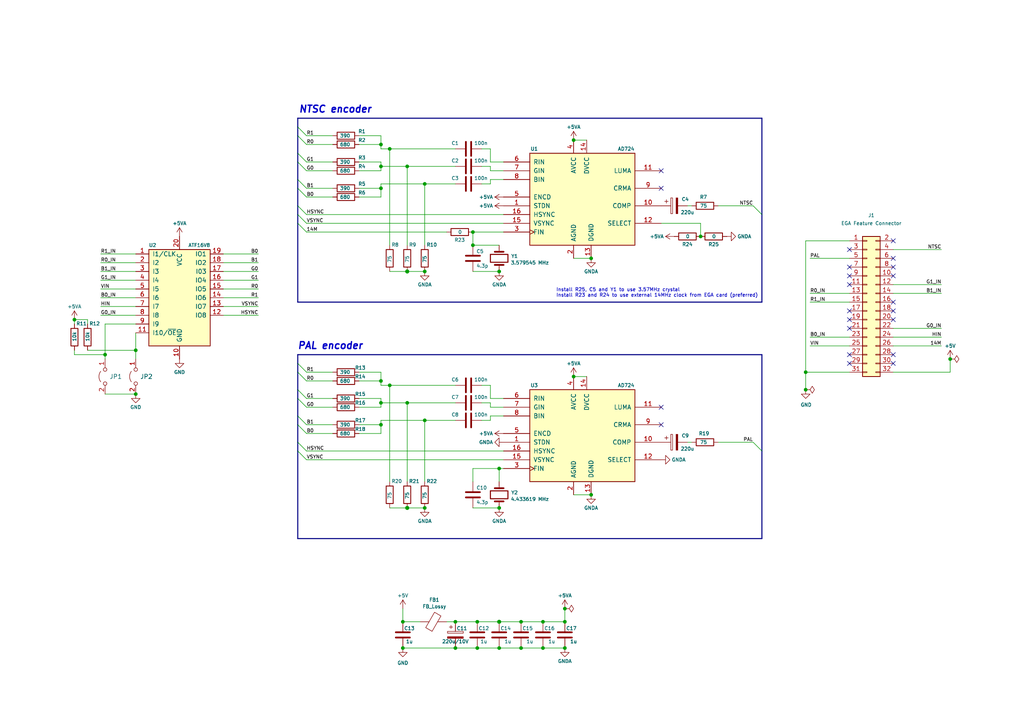
<source format=kicad_sch>
(kicad_sch (version 20230121) (generator eeschema)
  (paper "A4")
  (title_block (title "EGA-COMPOSITE-DAUGHTERBOARD") (date "2023-10-01") (rev "A1") (company "Eugene Lozovoy"))
  (lib_symbols
    (symbol "Connector_Generic:Conn_02x16_Odd_Even" (pin_names (offset 1.016) hide)
      (property "Reference" "J" (at 1.27 20.32 0))
      (property "Value" "Conn_02x16_Odd_Even" (at 1.27 -22.86 0))
      (symbol "Conn_02x16_Odd_Even_1_1"
        (rectangle (start -1.27 -20.193) (end 0 -20.447) (stroke (width 0.1524)))
        (rectangle (start -1.27 -17.653) (end 0 -17.907) (stroke (width 0.1524)))
        (rectangle (start -1.27 -15.113) (end 0 -15.367) (stroke (width 0.1524)))
        (rectangle (start -1.27 -12.573) (end 0 -12.827) (stroke (width 0.1524)))
        (rectangle (start -1.27 -10.033) (end 0 -10.287) (stroke (width 0.1524)))
        (rectangle (start -1.27 -7.493) (end 0 -7.747) (stroke (width 0.1524)))
        (rectangle (start -1.27 -4.953) (end 0 -5.207) (stroke (width 0.1524)))
        (rectangle (start -1.27 -2.413) (end 0 -2.667) (stroke (width 0.1524)))
        (rectangle (start -1.27 0.127) (end 0 -0.127) (stroke (width 0.1524)))
        (rectangle (start -1.27 2.667) (end 0 2.413) (stroke (width 0.1524)))
        (rectangle (start -1.27 5.207) (end 0 4.953) (stroke (width 0.1524)))
        (rectangle (start -1.27 7.747) (end 0 7.493) (stroke (width 0.1524)))
        (rectangle (start -1.27 10.287) (end 0 10.033) (stroke (width 0.1524)))
        (rectangle (start -1.27 12.827) (end 0 12.573) (stroke (width 0.1524)))
        (rectangle (start -1.27 15.367) (end 0 15.113) (stroke (width 0.1524)))
        (rectangle (start -1.27 17.907) (end 0 17.653) (stroke (width 0.1524)))
        (rectangle (start -1.27 19.05) (end 3.81 -21.59) (stroke (width 0.254)) (fill (type background)))
        (rectangle (start 3.81 -20.193) (end 2.54 -20.447) (stroke (width 0.1524)))
        (rectangle (start 3.81 -17.653) (end 2.54 -17.907) (stroke (width 0.1524)))
        (rectangle (start 3.81 -15.113) (end 2.54 -15.367) (stroke (width 0.1524)))
        (rectangle (start 3.81 -12.573) (end 2.54 -12.827) (stroke (width 0.1524)))
        (rectangle (start 3.81 -10.033) (end 2.54 -10.287) (stroke (width 0.1524)))
        (rectangle (start 3.81 -7.493) (end 2.54 -7.747) (stroke (width 0.1524)))
        (rectangle (start 3.81 -4.953) (end 2.54 -5.207) (stroke (width 0.1524)))
        (rectangle (start 3.81 -2.413) (end 2.54 -2.667) (stroke (width 0.1524)))
        (rectangle (start 3.81 0.127) (end 2.54 -0.127) (stroke (width 0.1524)))
        (rectangle (start 3.81 2.667) (end 2.54 2.413) (stroke (width 0.1524)))
        (rectangle (start 3.81 5.207) (end 2.54 4.953) (stroke (width 0.1524)))
        (rectangle (start 3.81 7.747) (end 2.54 7.493) (stroke (width 0.1524)))
        (rectangle (start 3.81 10.287) (end 2.54 10.033) (stroke (width 0.1524)))
        (rectangle (start 3.81 12.827) (end 2.54 12.573) (stroke (width 0.1524)))
        (rectangle (start 3.81 15.367) (end 2.54 15.113) (stroke (width 0.1524)))
        (rectangle (start 3.81 17.907) (end 2.54 17.653) (stroke (width 0.1524)))
        (pin passive line (at -5.08 17.78 0) (length 3.81) (name "Pin_1") (number "1"))
        (pin passive line (at 7.62 7.62 180) (length 3.81) (name "Pin_10") (number "10"))
        (pin passive line (at -5.08 5.08 0) (length 3.81) (name "Pin_11") (number "11"))
        (pin passive line (at 7.62 5.08 180) (length 3.81) (name "Pin_12") (number "12"))
        (pin passive line (at -5.08 2.54 0) (length 3.81) (name "Pin_13") (number "13"))
        (pin passive line (at 7.62 2.54 180) (length 3.81) (name "Pin_14") (number "14"))
        (pin passive line (at -5.08 0 0) (length 3.81) (name "Pin_15") (number "15"))
        (pin passive line (at 7.62 0 180) (length 3.81) (name "Pin_16") (number "16"))
        (pin passive line (at -5.08 -2.54 0) (length 3.81) (name "Pin_17") (number "17"))
        (pin passive line (at 7.62 -2.54 180) (length 3.81) (name "Pin_18") (number "18"))
        (pin passive line (at -5.08 -5.08 0) (length 3.81) (name "Pin_19") (number "19"))
        (pin passive line (at 7.62 17.78 180) (length 3.81) (name "Pin_2") (number "2"))
        (pin passive line (at 7.62 -5.08 180) (length 3.81) (name "Pin_20") (number "20"))
        (pin passive line (at -5.08 -7.62 0) (length 3.81) (name "Pin_21") (number "21"))
        (pin passive line (at 7.62 -7.62 180) (length 3.81) (name "Pin_22") (number "22"))
        (pin passive line (at -5.08 -10.16 0) (length 3.81) (name "Pin_23") (number "23"))
        (pin passive line (at 7.62 -10.16 180) (length 3.81) (name "Pin_24") (number "24"))
        (pin passive line (at -5.08 -12.7 0) (length 3.81) (name "Pin_25") (number "25"))
        (pin passive line (at 7.62 -12.7 180) (length 3.81) (name "Pin_26") (number "26"))
        (pin passive line (at -5.08 -15.24 0) (length 3.81) (name "Pin_27") (number "27"))
        (pin passive line (at 7.62 -15.24 180) (length 3.81) (name "Pin_28") (number "28"))
        (pin passive line (at -5.08 -17.78 0) (length 3.81) (name "Pin_29") (number "29"))
        (pin passive line (at -5.08 15.24 0) (length 3.81) (name "Pin_3") (number "3"))
        (pin passive line (at 7.62 -17.78 180) (length 3.81) (name "Pin_30") (number "30"))
        (pin passive line (at -5.08 -20.32 0) (length 3.81) (name "Pin_31") (number "31"))
        (pin passive line (at 7.62 -20.32 180) (length 3.81) (name "Pin_32") (number "32"))
        (pin passive line (at 7.62 15.24 180) (length 3.81) (name "Pin_4") (number "4"))
        (pin passive line (at -5.08 12.7 0) (length 3.81) (name "Pin_5") (number "5"))
        (pin passive line (at 7.62 12.7 180) (length 3.81) (name "Pin_6") (number "6"))
        (pin passive line (at -5.08 10.16 0) (length 3.81) (name "Pin_7") (number "7"))
        (pin passive line (at 7.62 10.16 180) (length 3.81) (name "Pin_8") (number "8"))
        (pin passive line (at -5.08 7.62 0) (length 3.81) (name "Pin_9") (number "9"))
      )
    )
    (symbol "Device:C" (pin_numbers hide) (pin_names (offset 0.254))
      (property "Reference" "C" (at 0.635 2.54 0))
      (property "Value" "C" (at 0.635 -2.54 0))
      (symbol "C_0_1"
        (polyline (pts (xy -2.032 -0.762) (xy 2.032 -0.762)) (stroke (width 0.508)))
        (polyline (pts (xy -2.032 0.762) (xy 2.032 0.762)) (stroke (width 0.508)))
      )
      (symbol "C_1_1"
        (pin passive line (at 0 3.81 270) (length 2.794) (name "~") (number "1"))
        (pin passive line (at 0 -3.81 90) (length 2.794) (name "~") (number "2"))
      )
    )
    (symbol "Device:C_Polarized" (pin_numbers hide) (pin_names (offset 0.254))
      (property "Reference" "C" (at 0.635 2.54 0))
      (property "Value" "C_Polarized" (at 0.635 -2.54 0))
      (symbol "C_Polarized_0_1"
        (rectangle (start -2.286 0.508) (end 2.286 1.016))
        (polyline (pts (xy -1.778 2.286) (xy -0.762 2.286)))
        (polyline (pts (xy -1.27 2.794) (xy -1.27 1.778)))
        (rectangle (start 2.286 -0.508) (end -2.286 -1.016) (fill (type outline)))
      )
      (symbol "C_Polarized_1_1"
        (pin passive line (at 0 3.81 270) (length 2.794) (name "~") (number "1"))
        (pin passive line (at 0 -3.81 90) (length 2.794) (name "~") (number "2"))
      )
    )
    (symbol "Device:Crystal" (pin_numbers hide) (pin_names (offset 1.016) hide)
      (property "Reference" "Y" (at 0 3.81 0))
      (property "Value" "Crystal" (at 0 -3.81 0))
      (symbol "Crystal_0_1"
        (rectangle (start -1.143 2.54) (end 1.143 -2.54) (stroke (width 0.3048)))
        (polyline (pts (xy -2.54 0) (xy -1.905 0)))
        (polyline (pts (xy -1.905 -1.27) (xy -1.905 1.27)) (stroke (width 0.508)))
        (polyline (pts (xy 1.905 -1.27) (xy 1.905 1.27)) (stroke (width 0.508)))
        (polyline (pts (xy 2.54 0) (xy 1.905 0)))
      )
      (symbol "Crystal_1_1"
        (pin passive line (at -3.81 0 0) (length 1.27) (name "1") (number "1"))
        (pin passive line (at 3.81 0 180) (length 1.27) (name "2") (number "2"))
      )
    )
    (symbol "Device:FerriteBead" (pin_numbers hide) (pin_names (offset 0))
      (property "Reference" "FB" (at -3.81 0.635 90))
      (property "Value" "FerriteBead" (at 3.81 0 90))
      (symbol "FerriteBead_0_1"
        (polyline (pts (xy 0 -1.27) (xy 0 -1.2192)))
        (polyline (pts (xy 0 1.27) (xy 0 1.2954)))
        (polyline (pts (xy -2.7686 0.4064) (xy -1.7018 2.2606) (xy 2.7686 -0.3048) (xy 1.6764 -2.159) (xy -2.7686 0.4064)))
      )
      (symbol "FerriteBead_1_1"
        (pin passive line (at 0 3.81 270) (length 2.54) (name "~") (number "1"))
        (pin passive line (at 0 -3.81 90) (length 2.54) (name "~") (number "2"))
      )
    )
    (symbol "Device:R" (pin_numbers hide) (pin_names (offset 0))
      (property "Reference" "R" (at 2.032 0 90))
      (property "Value" "R" (at 0 0 90))
      (symbol "R_0_1"
        (rectangle (start -1.016 -2.54) (end 1.016 2.54) (stroke (width 0.254)))
      )
      (symbol "R_1_1"
        (pin passive line (at 0 3.81 270) (length 1.27) (name "~") (number "1"))
        (pin passive line (at 0 -3.81 90) (length 1.27) (name "~") (number "2"))
      )
    )
    (symbol "Jumper:Jumper_2_Open" (pin_names (offset 0) hide)
      (property "Reference" "JP" (at 0 2.794 0))
      (property "Value" "Jumper_2_Open" (at 0 -2.286 0))
      (symbol "Jumper_2_Open_0_0"
        (circle (center -2.032 0) (radius 0.508))
        (circle (center 2.032 0) (radius 0.508))
      )
      (symbol "Jumper_2_Open_0_1"
        (arc (start 1.524 1.27) (mid 0 1.778) (end -1.524 1.27))
      )
      (symbol "Jumper_2_Open_1_1"
        (pin passive line (at -5.08 0 0) (length 2.54) (name "A") (number "1"))
        (pin passive line (at 5.08 0 180) (length 2.54) (name "B") (number "2"))
      )
    )
    (symbol "Logic_Programmable:GAL16V8" (pin_names (offset 1.016))
      (property "Reference" "U" (at -8.89 16.51 0))
      (property "Value" "GAL16V8" (at 1.27 16.51 0))
      (symbol "GAL16V8_0_0"
        (pin power_in line (at 0 -17.78 90) (length 3.81) (name "GND") (number "10"))
        (pin power_in line (at 0 17.78 270) (length 3.81) (name "VCC") (number "20"))
      )
      (symbol "GAL16V8_0_1"
        (rectangle (start -8.89 13.97) (end 8.89 -13.97) (stroke (width 0.254)) (fill (type background)))
      )
      (symbol "GAL16V8_1_1"
        (pin input line (at -12.7 12.7 0) (length 3.81) (name "I1/CLK") (number "1"))
        (pin input line (at -12.7 -10.16 0) (length 3.81) (name "I10/~{OE}") (number "11"))
        (pin tri_state line (at 12.7 -5.08 180) (length 3.81) (name "IO8") (number "12"))
        (pin tri_state line (at 12.7 -2.54 180) (length 3.81) (name "IO7") (number "13"))
        (pin tri_state line (at 12.7 0 180) (length 3.81) (name "IO6") (number "14"))
        (pin tri_state line (at 12.7 2.54 180) (length 3.81) (name "IO5") (number "15"))
        (pin tri_state line (at 12.7 5.08 180) (length 3.81) (name "IO4") (number "16"))
        (pin tri_state line (at 12.7 7.62 180) (length 3.81) (name "I03") (number "17"))
        (pin tri_state line (at 12.7 10.16 180) (length 3.81) (name "IO2") (number "18"))
        (pin tri_state line (at 12.7 12.7 180) (length 3.81) (name "IO1") (number "19"))
        (pin input line (at -12.7 10.16 0) (length 3.81) (name "I2") (number "2"))
        (pin input line (at -12.7 7.62 0) (length 3.81) (name "I3") (number "3"))
        (pin input line (at -12.7 5.08 0) (length 3.81) (name "I4") (number "4"))
        (pin input line (at -12.7 2.54 0) (length 3.81) (name "I5") (number "5"))
        (pin input line (at -12.7 0 0) (length 3.81) (name "I6") (number "6"))
        (pin input line (at -12.7 -2.54 0) (length 3.81) (name "I7") (number "7"))
        (pin input line (at -12.7 -5.08 0) (length 3.81) (name "I8") (number "8"))
        (pin input line (at -12.7 -7.62 0) (length 3.81) (name "I9") (number "9"))
      )
    )
    (symbol "PCM_4ms_Power-symbol:PWR_FLAG" (power) (pin_numbers hide) (pin_names (offset 0) hide)
      (property "Value" "PWR_FLAG" (at 0 3.81 0))
      (symbol "PWR_FLAG_0_0"
        (pin power_out line (at 0 0 90) (length 0) (name "pwr") (number "1"))
      )
      (symbol "PWR_FLAG_0_1"
        (polyline (pts (xy 0 0) (xy 0 1.27) (xy -1.016 1.905) (xy 0 2.54) (xy 1.016 1.905) (xy 0 1.27)))
      )
    )
    (symbol "my:AD724" (pin_names (offset 1.016))
      (property "Reference" "U" (at -13.97 13.97 0))
      (property "Value" "AD724" (at 12.7 13.97 0))
      (symbol "AD724_0_1"
        (rectangle (start -15.24 12.7) (end 15.24 -13.97) (stroke (width 0.254)) (fill (type background)))
      )
      (symbol "AD724_1_1"
        (pin input line (at -22.86 -2.54 0) (length 7.62) (name "STDN") (number "1"))
        (pin output line (at 22.86 -2.54 180) (length 7.62) (name "COMP") (number "10"))
        (pin output line (at 22.86 7.62 180) (length 7.62) (name "LUMA") (number "11"))
        (pin input line (at 22.86 -7.62 180) (length 7.62) (name "SELECT") (number "12"))
        (pin power_in line (at 2.54 -17.78 90) (length 3.81) (name "DGND") (number "13"))
        (pin power_in line (at 1.27 16.51 270) (length 3.81) (name "DVCC") (number "14"))
        (pin input line (at -22.86 -7.62 0) (length 7.62) (name "VSYNC") (number "15"))
        (pin input line (at -22.86 -5.08 0) (length 7.62) (name "HSYNC") (number "16"))
        (pin power_in line (at -2.54 -17.78 90) (length 3.81) (name "AGND") (number "2"))
        (pin input clock (at -22.86 -10.16 0) (length 7.62) (name "FIN") (number "3"))
        (pin power_in line (at -2.54 16.51 270) (length 3.81) (name "AVCC") (number "4"))
        (pin input line (at -22.86 0 0) (length 7.62) (name "ENCD") (number "5"))
        (pin input line (at -22.86 10.16 0) (length 7.62) (name "RIN") (number "6"))
        (pin input line (at -22.86 7.62 0) (length 7.62) (name "GIN") (number "7"))
        (pin input line (at -22.86 5.08 0) (length 7.62) (name "BIN") (number "8"))
        (pin output line (at 22.86 2.54 180) (length 7.62) (name "CRMA") (number "9"))
      )
    )
    (symbol "power:+5V" (power) (pin_names (offset 0))
      (property "Value" "+5V" (at 0 3.556 0))
      (symbol "+5V_0_1"
        (polyline (pts (xy -0.762 1.27) (xy 0 2.54)))
        (polyline (pts (xy 0 0) (xy 0 2.54)))
        (polyline (pts (xy 0 2.54) (xy 0.762 1.27)))
      )
      (symbol "+5V_1_1"
        (pin power_in line (at 0 0 90) (length 0) hide (name "+5V") (number "1"))
      )
    )
    (symbol "power:+5VA" (power) (pin_names (offset 0))
      (property "Value" "+5VA" (at 0 3.556 0))
      (symbol "+5VA_0_1"
        (polyline (pts (xy -0.762 1.27) (xy 0 2.54)))
        (polyline (pts (xy 0 0) (xy 0 2.54)))
        (polyline (pts (xy 0 2.54) (xy 0.762 1.27)))
      )
      (symbol "+5VA_1_1"
        (pin power_in line (at 0 0 90) (length 0) hide (name "+5VA") (number "1"))
      )
    )
    (symbol "power:GND" (power) (pin_names (offset 0))
      (property "Value" "GND" (at 0 -3.81 0))
      (symbol "GND_0_1"
        (polyline (pts (xy 0 0) (xy 0 -1.27) (xy 1.27 -1.27) (xy 0 -2.54) (xy -1.27 -1.27) (xy 0 -1.27)))
      )
      (symbol "GND_1_1"
        (pin power_in line (at 0 0 270) (length 0) hide (name "GND") (number "1"))
      )
    )
    (symbol "power:GNDA" (power) (pin_names (offset 0))
      (property "Value" "GNDA" (at 0 -3.81 0))
      (symbol "GNDA_0_1"
        (polyline (pts (xy 0 0) (xy 0 -1.27) (xy 1.27 -1.27) (xy 0 -2.54) (xy -1.27 -1.27) (xy 0 -1.27)))
      )
      (symbol "GNDA_1_1"
        (pin power_in line (at 0 0 270) (length 0) hide (name "GNDA") (number "1"))
      )
    )
  )
  (junction (at 30.48 102.87))
  (junction (at 118.11 147.32) (diameter 1.016))
  (junction (at 233.68 107.95))
  (junction (at 157.48 180.34))
  (junction (at 132.08 180.34))
  (junction (at 21.59 92.71))
  (junction (at 39.37 101.6))
  (junction (at 171.45 74.93))
  (junction (at 157.48 187.96))
  (junction (at 138.43 187.96))
  (junction (at 166.37 109.22))
  (junction (at 110.49 48.26))
  (junction (at 123.19 78.74))
  (junction (at 118.11 116.84))
  (junction (at 138.43 180.34))
  (junction (at 110.49 41.91))
  (junction (at 110.49 123.19))
  (junction (at 137.16 71.12))
  (junction (at 123.19 147.32))
  (junction (at 116.84 187.96))
  (junction (at 163.83 187.96))
  (junction (at 118.11 78.74) (diameter 1.016))
  (junction (at 144.78 187.96))
  (junction (at 144.78 78.74))
  (junction (at 110.49 110.49))
  (junction (at 110.49 54.61))
  (junction (at 163.83 180.34))
  (junction (at 163.83 176.53))
  (junction (at 275.59 104.14))
  (junction (at 144.78 147.32))
  (junction (at 137.16 67.31))
  (junction (at 166.37 40.64))
  (junction (at 123.19 121.92))
  (junction (at 116.84 180.34))
  (junction (at 113.03 43.18))
  (junction (at 203.2 68.58))
  (junction (at 118.11 48.26))
  (junction (at 144.78 135.89))
  (junction (at 132.08 187.96))
  (junction (at 171.45 143.51))
  (junction (at 39.37 114.3))
  (junction (at 233.68 113.03))
  (junction (at 144.78 180.34) (diameter 1.016))
  (junction (at 151.13 180.34))
  (junction (at 110.49 116.84))
  (junction (at 113.03 111.76))
  (junction (at 151.13 187.96))
  (junction (at 123.19 53.34))
  (no_connect (at 191.77 54.61))
  (no_connect (at 191.77 49.53))
  (no_connect (at 246.38 92.71))
  (no_connect (at 259.08 102.87))
  (no_connect (at 259.08 74.93))
  (no_connect (at 246.38 105.41))
  (no_connect (at 259.08 105.41))
  (no_connect (at 259.08 80.01))
  (no_connect (at 246.38 82.55))
  (no_connect (at 259.08 87.63))
  (no_connect (at 246.38 72.39))
  (no_connect (at 259.08 77.47))
  (no_connect (at 246.38 90.17))
  (no_connect (at 191.77 118.11))
  (no_connect (at 259.08 69.85))
  (no_connect (at 246.38 102.87))
  (no_connect (at 191.77 123.19))
  (no_connect (at 246.38 80.01))
  (no_connect (at 259.08 90.17))
  (no_connect (at 259.08 92.71))
  (no_connect (at 246.38 77.47))
  (no_connect (at 246.38 95.25))
  (bus_entry (at 86.36 44.45) (size 2.54 2.54) (stroke (width 0.1524)))
  (bus_entry (at 86.36 128.27) (size 2.54 2.54) (stroke (width 0.1524)))
  (bus_entry (at 86.36 130.81) (size 2.54 2.54) (stroke (width 0.1524)))
  (bus_entry (at 218.44 128.27) (size 2.54 2.54) (stroke (width 0.1524)))
  (bus_entry (at 86.36 64.77) (size 2.54 2.54))
  (bus_entry (at 86.36 39.37) (size 2.54 2.54) (stroke (width 0.1524)))
  (bus_entry (at 86.36 115.57) (size 2.54 2.54) (stroke (width 0.1524)))
  (bus_entry (at 86.36 54.61) (size 2.54 2.54) (stroke (width 0.1524)))
  (bus_entry (at 86.36 62.23) (size 2.54 2.54) (stroke (width 0.1524)))
  (bus_entry (at 86.36 120.65) (size 2.54 2.54) (stroke (width 0.1524)))
  (bus_entry (at 86.36 123.19) (size 2.54 2.54) (stroke (width 0.1524)))
  (bus_entry (at 86.36 105.41) (size 2.54 2.54) (stroke (width 0.1524)))
  (bus_entry (at 86.36 46.99) (size 2.54 2.54) (stroke (width 0.1524)))
  (bus_entry (at 86.36 36.83) (size 2.54 2.54) (stroke (width 0.1524)))
  (bus_entry (at 86.36 107.95) (size 2.54 2.54) (stroke (width 0.1524)))
  (bus_entry (at 86.36 113.03) (size 2.54 2.54) (stroke (width 0.1524)))
  (bus_entry (at 86.36 52.07) (size 2.54 2.54) (stroke (width 0.1524)))
  (bus_entry (at 86.36 59.69) (size 2.54 2.54) (stroke (width 0.1524)))
  (bus_entry (at 218.44 59.69) (size 2.54 2.54) (stroke (width 0.1524)))
  (wire (pts (xy 21.59 92.71) (xy 25.4 92.71)))
  (wire (pts (xy 234.95 100.33) (xy 246.38 100.33)))
  (wire (pts (xy 123.19 121.92) (xy 123.19 139.7)))
  (wire (pts (xy 39.37 96.52) (xy 39.37 101.6)))
  (wire (pts (xy 142.24 52.07) (xy 146.05 52.07)))
  (wire (pts (xy 123.19 121.92) (xy 132.08 121.92)))
  (wire (pts (xy 104.14 115.57) (xy 110.49 115.57)))
  (wire (pts (xy 88.9 41.91) (xy 96.52 41.91)))
  (wire (pts (xy 88.9 54.61) (xy 96.52 54.61)))
  (bus (pts (xy 86.36 44.45) (xy 86.36 46.99)))
  (wire (pts (xy 104.14 107.95) (xy 110.49 107.95)))
  (wire (pts (xy 137.16 147.32) (xy 144.78 147.32)))
  (wire (pts (xy 29.21 83.82) (xy 39.37 83.82)))
  (wire (pts (xy 113.03 43.18) (xy 113.03 71.12)))
  (wire (pts (xy 142.24 46.99) (xy 142.24 43.18)))
  (wire (pts (xy 113.03 78.74) (xy 118.11 78.74)))
  (bus (pts (xy 220.98 130.81) (xy 220.98 156.21)))
  (wire (pts (xy 139.7 121.92) (xy 142.24 121.92)))
  (wire (pts (xy 104.14 123.19) (xy 110.49 123.19)))
  (wire (pts (xy 139.7 53.34) (xy 142.24 53.34)))
  (bus (pts (xy 86.36 34.29) (xy 220.98 34.29)))
  (wire (pts (xy 163.83 180.34) (xy 157.48 180.34)))
  (wire (pts (xy 110.49 53.34) (xy 123.19 53.34)))
  (wire (pts (xy 166.37 143.51) (xy 171.45 143.51)))
  (wire (pts (xy 146.05 135.89) (xy 144.78 135.89)))
  (wire (pts (xy 110.49 39.37) (xy 110.49 41.91)))
  (wire (pts (xy 142.24 116.84) (xy 139.7 116.84)))
  (wire (pts (xy 118.11 48.26) (xy 118.11 71.12)))
  (wire (pts (xy 146.05 46.99) (xy 142.24 46.99)))
  (wire (pts (xy 110.49 115.57) (xy 110.49 116.84)))
  (wire (pts (xy 64.77 73.66) (xy 74.93 73.66)))
  (wire (pts (xy 163.83 176.53) (xy 163.83 180.34)))
  (wire (pts (xy 21.59 101.6) (xy 21.59 102.87)))
  (wire (pts (xy 275.59 104.14) (xy 275.59 107.95)))
  (wire (pts (xy 88.9 133.35) (xy 146.05 133.35)))
  (wire (pts (xy 39.37 93.98) (xy 30.48 93.98)))
  (wire (pts (xy 104.14 57.15) (xy 110.49 57.15)))
  (wire (pts (xy 88.9 110.49) (xy 96.52 110.49)))
  (bus (pts (xy 86.36 130.81) (xy 86.36 156.21)))
  (wire (pts (xy 146.05 115.57) (xy 142.24 115.57)))
  (wire (pts (xy 146.05 49.53) (xy 142.24 49.53)))
  (wire (pts (xy 88.9 57.15) (xy 96.52 57.15)))
  (wire (pts (xy 166.37 40.64) (xy 170.18 40.64)))
  (wire (pts (xy 110.49 53.34) (xy 110.49 54.61)))
  (bus (pts (xy 86.36 156.21) (xy 220.98 156.21)))
  (wire (pts (xy 123.19 53.34) (xy 132.08 53.34)))
  (wire (pts (xy 25.4 92.71) (xy 25.4 93.98)))
  (wire (pts (xy 233.68 107.95) (xy 233.68 113.03)))
  (wire (pts (xy 64.77 83.82) (xy 74.93 83.82)))
  (wire (pts (xy 88.9 64.77) (xy 146.05 64.77)))
  (wire (pts (xy 104.14 54.61) (xy 110.49 54.61)))
  (wire (pts (xy 104.14 49.53) (xy 110.49 49.53)))
  (wire (pts (xy 246.38 87.63) (xy 234.95 87.63)))
  (wire (pts (xy 138.43 187.96) (xy 144.78 187.96)))
  (wire (pts (xy 116.84 187.96) (xy 132.08 187.96)))
  (wire (pts (xy 113.03 111.76) (xy 132.08 111.76)))
  (bus (pts (xy 86.36 113.03) (xy 86.36 115.57)))
  (bus (pts (xy 86.36 34.29) (xy 86.36 36.83)))
  (bus (pts (xy 86.36 123.19) (xy 86.36 128.27)))
  (wire (pts (xy 200.66 59.69) (xy 199.39 59.69)))
  (bus (pts (xy 86.36 46.99) (xy 86.36 52.07)))
  (bus (pts (xy 220.98 62.23) (xy 220.98 87.63)))
  (wire (pts (xy 30.48 114.3) (xy 39.37 114.3)))
  (wire (pts (xy 88.9 118.11) (xy 96.52 118.11)))
  (wire (pts (xy 259.08 95.25) (xy 273.05 95.25)))
  (wire (pts (xy 233.68 69.85) (xy 233.68 107.95)))
  (wire (pts (xy 110.49 46.99) (xy 110.49 48.26)))
  (wire (pts (xy 234.95 97.79) (xy 246.38 97.79)))
  (bus (pts (xy 86.36 52.07) (xy 86.36 54.61)))
  (wire (pts (xy 137.16 78.74) (xy 144.78 78.74)))
  (wire (pts (xy 110.49 54.61) (xy 110.49 57.15)))
  (wire (pts (xy 64.77 88.9) (xy 74.93 88.9)))
  (wire (pts (xy 104.14 125.73) (xy 110.49 125.73)))
  (wire (pts (xy 137.16 135.89) (xy 137.16 139.7)))
  (wire (pts (xy 246.38 107.95) (xy 233.68 107.95)))
  (wire (pts (xy 208.28 59.69) (xy 218.44 59.69)))
  (bus (pts (xy 86.36 107.95) (xy 86.36 113.03)))
  (bus (pts (xy 86.36 36.83) (xy 86.36 39.37)))
  (wire (pts (xy 29.21 91.44) (xy 39.37 91.44)))
  (wire (pts (xy 25.4 101.6) (xy 39.37 101.6)))
  (wire (pts (xy 29.21 81.28) (xy 39.37 81.28)))
  (wire (pts (xy 29.21 76.2) (xy 39.37 76.2)))
  (wire (pts (xy 110.49 43.18) (xy 113.03 43.18)))
  (wire (pts (xy 246.38 85.09) (xy 234.95 85.09)))
  (wire (pts (xy 273.05 82.55) (xy 259.08 82.55)))
  (wire (pts (xy 110.49 116.84) (xy 118.11 116.84)))
  (wire (pts (xy 132.08 180.34) (xy 138.43 180.34)))
  (wire (pts (xy 142.24 48.26) (xy 139.7 48.26)))
  (wire (pts (xy 137.16 67.31) (xy 146.05 67.31)))
  (wire (pts (xy 166.37 74.93) (xy 171.45 74.93)))
  (wire (pts (xy 104.14 110.49) (xy 110.49 110.49)))
  (wire (pts (xy 118.11 116.84) (xy 118.11 139.7)))
  (wire (pts (xy 137.16 71.12) (xy 144.78 71.12)))
  (wire (pts (xy 144.78 180.34) (xy 151.13 180.34)))
  (wire (pts (xy 166.37 109.22) (xy 170.18 109.22)))
  (wire (pts (xy 142.24 120.65) (xy 146.05 120.65)))
  (wire (pts (xy 110.49 123.19) (xy 110.49 125.73)))
  (wire (pts (xy 88.9 67.31) (xy 129.54 67.31)))
  (wire (pts (xy 30.48 93.98) (xy 30.48 102.87)))
  (wire (pts (xy 246.38 74.93) (xy 234.95 74.93)))
  (wire (pts (xy 137.16 135.89) (xy 144.78 135.89)))
  (wire (pts (xy 246.38 69.85) (xy 233.68 69.85)))
  (wire (pts (xy 157.48 180.34) (xy 151.13 180.34)))
  (wire (pts (xy 259.08 100.33) (xy 273.05 100.33)))
  (wire (pts (xy 208.28 128.27) (xy 218.44 128.27)))
  (wire (pts (xy 104.14 46.99) (xy 110.49 46.99)))
  (wire (pts (xy 88.9 62.23) (xy 146.05 62.23)))
  (wire (pts (xy 200.66 128.27) (xy 199.39 128.27)))
  (wire (pts (xy 259.08 107.95) (xy 275.59 107.95)))
  (wire (pts (xy 104.14 118.11) (xy 110.49 118.11)))
  (wire (pts (xy 163.83 187.96) (xy 157.48 187.96)))
  (wire (pts (xy 113.03 111.76) (xy 113.03 139.7)))
  (wire (pts (xy 88.9 130.81) (xy 146.05 130.81)))
  (wire (pts (xy 104.14 41.91) (xy 110.49 41.91)))
  (wire (pts (xy 132.08 187.96) (xy 138.43 187.96)))
  (wire (pts (xy 113.03 43.18) (xy 132.08 43.18)))
  (bus (pts (xy 220.98 34.29) (xy 220.98 62.23)))
  (wire (pts (xy 88.9 125.73) (xy 96.52 125.73)))
  (wire (pts (xy 139.7 111.76) (xy 142.24 111.76)))
  (wire (pts (xy 110.49 48.26) (xy 110.49 49.53)))
  (wire (pts (xy 110.49 116.84) (xy 110.49 118.11)))
  (wire (pts (xy 259.08 97.79) (xy 273.05 97.79)))
  (bus (pts (xy 220.98 102.87) (xy 220.98 130.81)))
  (wire (pts (xy 151.13 187.96) (xy 144.78 187.96)))
  (wire (pts (xy 137.16 67.31) (xy 137.16 71.12)))
  (wire (pts (xy 142.24 115.57) (xy 142.24 111.76)))
  (bus (pts (xy 86.36 102.87) (xy 220.98 102.87)))
  (wire (pts (xy 29.21 78.74) (xy 39.37 78.74)))
  (wire (pts (xy 144.78 135.89) (xy 144.78 139.7)))
  (wire (pts (xy 64.77 86.36) (xy 74.93 86.36)))
  (wire (pts (xy 142.24 49.53) (xy 142.24 48.26)))
  (wire (pts (xy 157.48 187.96) (xy 151.13 187.96)))
  (wire (pts (xy 110.49 121.92) (xy 110.49 123.19)))
  (bus (pts (xy 86.36 87.63) (xy 220.98 87.63)))
  (wire (pts (xy 123.19 71.12) (xy 123.19 53.34)))
  (bus (pts (xy 86.36 54.61) (xy 86.36 59.69)))
  (wire (pts (xy 29.21 88.9) (xy 39.37 88.9)))
  (bus (pts (xy 86.36 64.77) (xy 86.36 87.63)))
  (wire (pts (xy 116.84 176.53) (xy 116.84 180.34)))
  (wire (pts (xy 273.05 85.09) (xy 259.08 85.09)))
  (wire (pts (xy 64.77 78.74) (xy 74.93 78.74)))
  (wire (pts (xy 273.05 72.39) (xy 259.08 72.39)))
  (wire (pts (xy 118.11 147.32) (xy 123.19 147.32)))
  (bus (pts (xy 86.36 128.27) (xy 86.36 130.81)))
  (wire (pts (xy 142.24 118.11) (xy 142.24 116.84)))
  (wire (pts (xy 110.49 121.92) (xy 123.19 121.92)))
  (wire (pts (xy 88.9 123.19) (xy 96.52 123.19)))
  (bus (pts (xy 86.36 115.57) (xy 86.36 120.65)))
  (wire (pts (xy 88.9 107.95) (xy 96.52 107.95)))
  (bus (pts (xy 86.36 59.69) (xy 86.36 62.23)))
  (wire (pts (xy 113.03 147.32) (xy 118.11 147.32)))
  (wire (pts (xy 21.59 92.71) (xy 21.59 93.98)))
  (bus (pts (xy 86.36 39.37) (xy 86.36 44.45)))
  (wire (pts (xy 64.77 76.2) (xy 74.93 76.2)))
  (wire (pts (xy 118.11 116.84) (xy 132.08 116.84)))
  (wire (pts (xy 118.11 78.74) (xy 123.19 78.74)))
  (wire (pts (xy 203.2 64.77) (xy 203.2 68.58)))
  (wire (pts (xy 110.49 48.26) (xy 118.11 48.26)))
  (wire (pts (xy 142.24 53.34) (xy 142.24 52.07)))
  (bus (pts (xy 86.36 62.23) (xy 86.36 64.77)))
  (wire (pts (xy 110.49 110.49) (xy 110.49 111.76)))
  (bus (pts (xy 86.36 120.65) (xy 86.36 123.19)))
  (wire (pts (xy 129.54 180.34) (xy 132.08 180.34)))
  (wire (pts (xy 139.7 43.18) (xy 142.24 43.18)))
  (wire (pts (xy 142.24 121.92) (xy 142.24 120.65)))
  (wire (pts (xy 116.84 180.34) (xy 121.92 180.34)))
  (bus (pts (xy 86.36 102.87) (xy 86.36 105.41)))
  (wire (pts (xy 138.43 180.34) (xy 144.78 180.34)))
  (wire (pts (xy 110.49 111.76) (xy 113.03 111.76)))
  (wire (pts (xy 146.05 118.11) (xy 142.24 118.11)))
  (wire (pts (xy 64.77 81.28) (xy 74.93 81.28)))
  (wire (pts (xy 110.49 41.91) (xy 110.49 43.18)))
  (wire (pts (xy 88.9 49.53) (xy 96.52 49.53)))
  (wire (pts (xy 64.77 91.44) (xy 74.93 91.44)))
  (wire (pts (xy 39.37 101.6) (xy 39.37 104.14)))
  (wire (pts (xy 29.21 73.66) (xy 39.37 73.66)))
  (wire (pts (xy 21.59 102.87) (xy 30.48 102.87)))
  (wire (pts (xy 191.77 64.77) (xy 203.2 64.77)))
  (wire (pts (xy 88.9 46.99) (xy 96.52 46.99)))
  (wire (pts (xy 104.14 39.37) (xy 110.49 39.37)))
  (wire (pts (xy 29.21 86.36) (xy 39.37 86.36)))
  (wire (pts (xy 88.9 39.37) (xy 96.52 39.37)))
  (bus (pts (xy 86.36 105.41) (xy 86.36 107.95)))
  (wire (pts (xy 30.48 102.87) (xy 30.48 104.14)))
  (wire (pts (xy 110.49 107.95) (xy 110.49 110.49)))
  (wire (pts (xy 118.11 48.26) (xy 132.08 48.26)))
  (wire (pts (xy 88.9 115.57) (xy 96.52 115.57)))
  (text "PAL encoder" (at 105.41 101.6 0) (effects (font (size 2 2) (thickness 0.4) bold italic) (justify right bottom)))
  (text "NTSC encoder" (at 107.95 33.02 0) (effects (font (size 2 2) (thickness 0.4) bold italic) (justify right bottom)))
  (text "Install R25, C5 and Y1 to use 3.57MHz crystal\nInstall R23 and R24 to use external 14MHz clock from EGA card (preferred)" (at 161.29 86.36 0) (effects (font (size 0.9906 0.9906)) (justify left bottom)))
  (label "G0" (at 88.9 118.11 0) (effects (font (size 1 1))))
  (label "HSYNC" (at 88.9 130.81 0) (effects (font (size 1 1))))
  (label "B1" (at 74.93 76.2 180) (effects (font (size 1 1))))
  (label "G1" (at 88.9 115.57 0) (effects (font (size 1 1))))
  (label "VIN" (at 29.21 83.82 0) (effects (font (size 1 1))))
  (label "G0" (at 88.9 49.53 0) (effects (font (size 1 1))))
  (label "B1_IN" (at 29.21 78.74 0) (effects (font (size 1 1))))
  (label "R1" (at 74.93 86.36 180) (effects (font (size 1 1))))
  (label "HSYNC" (at 74.93 91.44 180) (effects (font (size 1 1))))
  (label "R1_IN" (at 234.95 87.63 0) (effects (font (size 1 1))))
  (label "B0" (at 74.93 73.66 180) (effects (font (size 1 1))))
  (label "B1" (at 88.9 54.61 0) (effects (font (size 1 1))))
  (label "B1" (at 88.9 123.19 0) (effects (font (size 1 1))))
  (label "B0_IN" (at 234.95 97.79 0) (effects (font (size 1 1))))
  (label "G1" (at 88.9 46.99 0) (effects (font (size 1 1))))
  (label "B0" (at 88.9 57.15 0) (effects (font (size 1 1))))
  (label "R1" (at 88.9 39.37 0) (effects (font (size 1 1))))
  (label "VSYNC" (at 88.9 64.77 0) (effects (font (size 1 1))))
  (label "R0_IN" (at 29.21 76.2 0) (effects (font (size 1 1))))
  (label "14M" (at 88.9 67.31 0) (effects (font (size 1 1))))
  (label "VSYNC" (at 74.93 88.9 180) (effects (font (size 1 1))))
  (label "B0" (at 88.9 125.73 0) (effects (font (size 1 1))))
  (label "NTSC" (at 273.05 72.39 180) (effects (font (size 1 1))))
  (label "NTSC" (at 218.44 59.69 180) (effects (font (size 1 1))))
  (label "R0" (at 88.9 110.49 0) (effects (font (size 1 1))))
  (label "B0_IN" (at 29.21 86.36 0) (effects (font (size 1 1))))
  (label "G0_IN" (at 273.05 95.25 180) (effects (font (size 1 1))))
  (label "G1_IN" (at 273.05 82.55 180) (effects (font (size 1 1))))
  (label "HIN" (at 273.05 97.79 180) (effects (font (size 1 1))))
  (label "VSYNC" (at 88.9 133.35 0) (effects (font (size 1 1))))
  (label "HSYNC" (at 88.9 62.23 0) (effects (font (size 1 1))))
  (label "G0_IN" (at 29.21 91.44 0) (effects (font (size 1 1))))
  (label "R0" (at 88.9 41.91 0) (effects (font (size 1 1))))
  (label "R1" (at 88.9 107.95 0) (effects (font (size 1 1))))
  (label "R1_IN" (at 29.21 73.66 0) (effects (font (size 1 1))))
  (label "R0" (at 74.93 83.82 180) (effects (font (size 1 1))))
  (label "PAL" (at 218.44 128.27 180) (effects (font (size 1 1))))
  (label "G0" (at 74.93 78.74 180) (effects (font (size 1 1))))
  (label "R0_IN" (at 234.95 85.09 0) (effects (font (size 1 1))))
  (label "VIN" (at 234.95 100.33 0) (effects (font (size 1 1))))
  (label "G1" (at 74.93 81.28 180) (effects (font (size 1 1))))
  (label "PAL" (at 234.95 74.93 0) (effects (font (size 1 1))))
  (label "14M" (at 273.05 100.33 180) (effects (font (size 1 1))))
  (label "G1_IN" (at 29.21 81.28 0) (effects (font (size 1 1))))
  (label "HIN" (at 29.21 88.9 0) (effects (font (size 1 1))))
  (label "B1_IN" (at 273.05 85.09 180) (effects (font (size 1 1))))
  (symbol (lib_id "Device:R") (at 100.33 107.95 90) (mirror x) (unit 1)
    (property "Reference" "R13" (at 106.045 106.68 90) (effects (font (size 1 1)) (justify left)))
    (property "Value" "390" (at 101.6 107.95 90) (effects (font (size 1 1)) (justify left)))
    (property "Footprint" "Resistor_SMD:R_0805_2012Metric_Pad1.20x1.40mm_HandSolder" (effects hide))
  )
  (symbol (lib_id "power:+5VA") (at 166.37 109.22 0) (unit 1)
    (property "Reference" "#PWR010" (effects hide))
    (property "Value" "+5VA" (at 166.37 105.41 0) (effects (font (size 1 1))))
  )
  (symbol (lib_id "Device:R") (at 199.39 68.58 270) (unit 1)
    (property "Reference" "R24" (at 200.914 70.866 90) (effects (font (size 1 1)) (justify right)))
    (property "Value" "0" (at 200.025 68.58 90) (effects (font (size 1 1)) (justify right)))
    (property "Footprint" "Resistor_SMD:R_0805_2012Metric_Pad1.20x1.40mm_HandSolder" (effects hide))
  )
  (symbol (lib_id "Device:R") (at 118.11 143.51 0) (unit 1)
    (property "Reference" "R21" (at 118.6181 139.5741 0) (effects (font (size 1 1)) (justify left)))
    (property "Value" "75" (at 118.11 144.78 90) (effects (font (size 1 1)) (justify left)))
    (property "Footprint" "Resistor_SMD:R_0805_2012Metric_Pad1.20x1.40mm_HandSolder" (effects hide))
  )
  (symbol (lib_id "Connector_Generic:Conn_02x16_Odd_Even") (at 251.46 87.63 0) (unit 1)
    (property "Reference" "J1" (at 252.73 62.4586 0) (effects (font (size 1 1))))
    (property "Value" "EGA Feature Connector" (at 252.73 64.77 0) (effects (font (size 1 1))))
    (property "Footprint" "Connector_PinHeader_2.54mm:PinHeader_2x16_P2.54mm_Vertical" (effects hide))
  )
  (symbol (lib_id "Device:R") (at 21.59 97.79 0) (unit 1)
    (property "Reference" "R11" (at 22.0981 93.8541 0) (effects (font (size 1 1)) (justify left)))
    (property "Value" "10k" (at 21.59 99.06 90) (effects (font (size 1 1)) (justify left)))
    (property "Footprint" "Resistor_SMD:R_0805_2012Metric_Pad1.20x1.40mm_HandSolder" (effects hide))
  )
  (symbol (lib_id "power:GNDA") (at 163.83 187.96 0) (unit 1)
    (property "Reference" "#PWR024" (effects hide))
    (property "Value" "GNDA" (at 163.83 191.77 0) (effects (font (size 1 1))))
  )
  (symbol (lib_id "Device:C") (at 138.43 184.15 180) (unit 1)
    (property "Reference" "C12" (at 140.335 182.245 0) (effects (font (size 1 1))))
    (property "Value" "1u" (at 140.335 186.055 0) (effects (font (size 1 1))))
    (property "Footprint" "Capacitor_SMD:C_0805_2012Metric_Pad1.18x1.45mm_HandSolder" (effects hide))
  )
  (symbol (lib_id "Device:C") (at 157.48 184.15 180) (unit 1)
    (property "Reference" "C16" (at 159.385 182.245 0) (effects (font (size 1 1))))
    (property "Value" "1u" (at 160.02 186.055 0) (effects (font (size 1 1))))
    (property "Footprint" "Capacitor_SMD:C_0805_2012Metric_Pad1.18x1.45mm_HandSolder" (effects hide))
  )
  (symbol (lib_id "Device:C") (at 116.84 184.15 180) (unit 1)
    (property "Reference" "C13" (at 118.745 182.245 0) (effects (font (size 1 1))))
    (property "Value" "1u" (at 118.745 186.055 0) (effects (font (size 1 1))))
    (property "Footprint" "Capacitor_SMD:C_0805_2012Metric_Pad1.18x1.45mm_HandSolder" (effects hide))
  )
  (symbol (lib_id "Device:C") (at 137.16 143.51 0) (unit 1)
    (property "Reference" "C10" (at 138.1761 141.4791 0) (effects (font (size 1 1)) (justify left)))
    (property "Value" "4.3p" (at 138.1761 145.6828 0) (effects (font (size 1 1)) (justify left)))
    (property "Footprint" "Capacitor_SMD:C_0805_2012Metric_Pad1.18x1.45mm_HandSolder" (effects hide))
  )
  (symbol (lib_id "power:+5VA") (at 146.05 125.73 90) (unit 1)
    (property "Reference" "#PWR015" (effects hide))
    (property "Value" "+5VA" (at 140.97 125.73 90) (effects (font (size 1 1))))
  )
  (symbol (lib_id "Device:C") (at 144.78 184.15 180) (unit 1)
    (property "Reference" "C14" (at 146.685 182.245 0) (effects (font (size 1 1))))
    (property "Value" "1u" (at 147.32 186.055 0) (effects (font (size 1 1))))
    (property "Footprint" "Capacitor_SMD:C_0805_2012Metric_Pad1.18x1.45mm_HandSolder" (effects hide))
  )
  (symbol (lib_id "Device:Crystal") (at 144.78 143.51 270) (unit 1)
    (property "Reference" "Y2" (at 149.225 142.875 90) (effects (font (size 1 1))))
    (property "Value" "4.433619 MHz" (at 153.67 144.78 90) (effects (font (size 1 1))))
    (property "Footprint" "Crystal:Crystal_HC49-4H_Vertical" (effects hide))
  )
  (symbol (lib_id "Logic_Programmable:GAL16V8") (at 52.07 86.36 0) (unit 1)
    (property "Reference" "U2" (at 43.18 71.12 0) (effects (font (size 1 1)) (justify left)))
    (property "Value" "ATF16V8" (at 54.61 71.12 0) (effects (font (size 1 1)) (justify left)))
    (property "Footprint" "Package_DIP:DIP-20_W7.62mm" (effects hide))
  )
  (symbol (lib_id "Device:R") (at 207.01 68.58 270) (unit 1)
    (property "Reference" "R25" (at 208.534 70.866 90) (effects (font (size 1 1)) (justify right)))
    (property "Value" "0" (at 207.645 68.58 90) (effects (font (size 1 1)) (justify right)))
    (property "Footprint" "Resistor_SMD:R_0805_2012Metric_Pad1.20x1.40mm_HandSolder" (effects hide))
  )
  (symbol (lib_id "Device:R") (at 113.03 74.93 0) (unit 1)
    (property "Reference" "R8" (at 113.5381 70.9941 0) (effects (font (size 1 1)) (justify left)))
    (property "Value" "75" (at 113.03 76.2 90) (effects (font (size 1 1)) (justify left)))
    (property "Footprint" "Resistor_SMD:R_0805_2012Metric_Pad1.20x1.40mm_HandSolder" (effects hide))
  )
  (symbol (lib_id "power:GNDA") (at 123.19 147.32 0) (unit 1)
    (property "Reference" "#PWR018" (effects hide))
    (property "Value" "GNDA" (at 123.19 151.13 0) (effects (font (size 1 1))))
  )
  (symbol (lib_id "Device:R") (at 123.19 143.51 0) (unit 1)
    (property "Reference" "R22" (at 123.6981 139.5741 0) (effects (font (size 1 1)) (justify left)))
    (property "Value" "75" (at 123.19 144.78 90) (effects (font (size 1 1)) (justify left)))
    (property "Footprint" "Resistor_SMD:R_0805_2012Metric_Pad1.20x1.40mm_HandSolder" (effects hide))
  )
  (symbol (lib_id "my:AD724") (at 168.91 125.73 0) (unit 1)
    (property "Reference" "U3" (at 154.94 111.76 0) (effects (font (size 1 1))))
    (property "Value" "AD724" (at 181.61 111.76 0) (effects (font (size 1 1))))
    (property "Footprint" "Package_SO:SOIC-16W_7.5x10.3mm_P1.27mm" (effects hide))
  )
  (symbol (lib_id "power:GNDA") (at 146.05 128.27 270) (unit 1)
    (property "Reference" "#PWR016" (effects hide))
    (property "Value" "GNDA" (at 140.97 128.27 90) (effects (font (size 1 1))))
  )
  (symbol (lib_id "Device:R") (at 100.33 118.11 90) (mirror x) (unit 1)
    (property "Reference" "R16" (at 106.045 116.84 90) (effects (font (size 1 1)) (justify left)))
    (property "Value" "680" (at 101.6 118.11 90) (effects (font (size 1 1)) (justify left)))
    (property "Footprint" "Resistor_SMD:R_0805_2012Metric_Pad1.20x1.40mm_HandSolder" (effects hide))
  )
  (symbol (lib_id "Device:R") (at 100.33 110.49 90) (mirror x) (unit 1)
    (property "Reference" "R14" (at 106.045 109.22 90) (effects (font (size 1 1)) (justify left)))
    (property "Value" "680" (at 101.6 110.49 90) (effects (font (size 1 1)) (justify left)))
    (property "Footprint" "Resistor_SMD:R_0805_2012Metric_Pad1.20x1.40mm_HandSolder" (effects hide))
  )
  (symbol (lib_id "power:+5VA") (at 146.05 57.15 90) (unit 1)
    (property "Reference" "#PWR02" (effects hide))
    (property "Value" "+5VA" (at 140.97 57.15 90) (effects (font (size 1 1))))
  )
  (symbol (lib_id "Jumper:Jumper_2_Open") (at 39.37 109.22 90) (mirror x) (unit 1)
    (property "Reference" "JP2" (at 40.64 109.22 90) (effects (justify right)))
    (property "Value" "Jumper_2_Open" (effects hide))
    (property "Footprint" "Connector_PinHeader_2.54mm:PinHeader_1x02_P2.54mm_Vertical" (effects hide))
  )
  (symbol (lib_id "power:+5VA") (at 52.07 68.58 0) (unit 1)
    (property "Reference" "#PWR05" (effects hide))
    (property "Value" "+5VA" (at 52.07 64.77 0) (effects (font (size 1 1))))
  )
  (symbol (lib_id "power:+5V") (at 116.84 176.53 0) (unit 1)
    (property "Reference" "#PWR021" (effects hide))
    (property "Value" "+5V" (at 116.84 172.72 0) (effects (font (size 1 1))))
  )
  (symbol (lib_id "Device:FerriteBead") (at 125.73 180.34 90) (unit 1)
    (property "Reference" "FB1" (at 124.46 173.99 90) (effects (font (size 1 1)) (justify right)))
    (property "Value" "FB_Lossy" (at 122.555 175.895 90) (effects (font (size 1 1)) (justify right)))
    (property "Footprint" "Inductor_THT:L_Axial_L5.3mm_D2.2mm_P7.62mm_Horizontal_Vishay_IM-1" (effects hide))
  )
  (symbol (lib_id "power:GNDA") (at 144.78 78.74 0) (unit 1)
    (property "Reference" "#PWR07" (effects hide))
    (property "Value" "GNDA" (at 144.78 82.55 0) (effects (font (size 1 1))))
  )
  (symbol (lib_id "my:AD724") (at 168.91 57.15 0) (unit 1)
    (property "Reference" "U1" (at 154.94 43.18 0) (effects (font (size 1 1))))
    (property "Value" "AD724" (at 181.61 43.18 0) (effects (font (size 1 1))))
    (property "Footprint" "Package_SO:SOIC-16W_7.5x10.3mm_P1.27mm" (effects hide))
  )
  (symbol (lib_id "Device:C_Polarized") (at 195.58 128.27 90) (mirror x) (unit 1)
    (property "Reference" "C9" (at 198.755 126.365 90) (effects (font (size 1 1))))
    (property "Value" "220u" (at 199.39 130.175 90) (effects (font (size 1 1))))
    (property "Footprint" "Capacitor_THT:CP_Radial_D6.3mm_P2.50mm" (effects hide))
  )
  (symbol (lib_id "Device:C") (at 163.83 184.15 180) (unit 1)
    (property "Reference" "C17" (at 165.735 182.245 0) (effects (font (size 1 1))))
    (property "Value" "1u" (at 166.37 186.055 0) (effects (font (size 1 1))))
    (property "Footprint" "Capacitor_SMD:C_0805_2012Metric_Pad1.18x1.45mm_HandSolder" (effects hide))
  )
  (symbol (lib_id "PCM_4ms_Power-symbol:PWR_FLAG") (at 275.59 104.14 270) (unit 1)
    (property "Reference" "#FLG01" (effects hide))
    (property "Value" "PWR_FLAG" (effects hide))
  )
  (symbol (lib_id "power:GNDA") (at 210.82 68.58 90) (unit 1)
    (property "Reference" "#PWR04" (effects hide))
    (property "Value" "GNDA" (at 215.9 68.58 90) (effects (font (size 1 1))))
  )
  (symbol (lib_id "Device:R") (at 100.33 41.91 90) (mirror x) (unit 1)
    (property "Reference" "R2" (at 106.045 40.64 90) (effects (font (size 1 1)) (justify left)))
    (property "Value" "680" (at 101.6 41.91 90) (effects (font (size 1 1)) (justify left)))
    (property "Footprint" "Resistor_SMD:R_0805_2012Metric_Pad1.20x1.40mm_HandSolder" (effects hide))
  )
  (symbol (lib_id "Device:R") (at 133.35 67.31 270) (unit 1)
    (property "Reference" "R23" (at 134.874 69.596 90) (effects (font (size 1 1)) (justify right)))
    (property "Value" "0" (at 133.985 67.31 90) (effects (font (size 1 1)) (justify right)))
    (property "Footprint" "Resistor_SMD:R_0805_2012Metric_Pad1.20x1.40mm_HandSolder" (effects hide))
  )
  (symbol (lib_id "Device:C") (at 135.89 116.84 270) (mirror x) (unit 1)
    (property "Reference" "C7" (at 130.9359 115.1889 90) (effects (font (size 1 1)) (justify left)))
    (property "Value" "100n" (at 137.5272 115.1889 90) (effects (font (size 1 1)) (justify left)))
    (property "Footprint" "Capacitor_SMD:C_0805_2012Metric_Pad1.18x1.45mm_HandSolder" (effects hide))
  )
  (symbol (lib_id "power:+5VA") (at 21.59 92.71 0) (unit 1)
    (property "Reference" "#PWR09" (effects hide))
    (property "Value" "+5VA" (at 21.59 88.9 0) (effects (font (size 1 1))))
  )
  (symbol (lib_id "Device:C_Polarized") (at 132.08 184.15 0) (unit 1)
    (property "Reference" "C11" (at 133.985 182.245 0) (effects (font (size 1 1))))
    (property "Value" "220u/10V" (at 132.08 186.055 0) (effects (font (size 1 1))))
    (property "Footprint" "Capacitor_Tantalum_SMD:CP_EIA-7343-31_Kemet-D_Pad2.25x2.55mm_HandSolder" (effects hide))
  )
  (symbol (lib_id "Device:R") (at 123.19 74.93 0) (unit 1)
    (property "Reference" "R10" (at 123.6981 70.9941 0) (effects (font (size 1 1)) (justify left)))
    (property "Value" "75" (at 123.19 76.2 90) (effects (font (size 1 1)) (justify left)))
    (property "Footprint" "Resistor_SMD:R_0805_2012Metric_Pad1.20x1.40mm_HandSolder" (effects hide))
  )
  (symbol (lib_id "Device:C") (at 135.89 43.18 270) (mirror x) (unit 1)
    (property "Reference" "C1" (at 130.9359 41.5289 90) (effects (font (size 1 1)) (justify left)))
    (property "Value" "100n" (at 137.5272 41.5289 90) (effects (font (size 1 1)) (justify left)))
    (property "Footprint" "Capacitor_SMD:C_0805_2012Metric_Pad1.18x1.45mm_HandSolder" (effects hide))
  )
  (symbol (lib_id "Device:C_Polarized") (at 195.58 59.69 90) (mirror x) (unit 1)
    (property "Reference" "C4" (at 198.755 57.785 90) (effects (font (size 1 1))))
    (property "Value" "220u" (at 199.39 61.595 90) (effects (font (size 1 1))))
    (property "Footprint" "Capacitor_THT:CP_Radial_D6.3mm_P2.50mm" (effects hide))
  )
  (symbol (lib_id "Device:C") (at 151.13 184.15 180) (unit 1)
    (property "Reference" "C15" (at 153.035 182.245 0) (effects (font (size 1 1))))
    (property "Value" "1u" (at 153.67 186.055 0) (effects (font (size 1 1))))
    (property "Footprint" "Capacitor_SMD:C_0805_2012Metric_Pad1.18x1.45mm_HandSolder" (effects hide))
  )
  (symbol (lib_id "power:GND") (at 39.37 114.3 0) (unit 1)
    (property "Reference" "#PWR014" (effects hide))
    (property "Value" "GND" (at 39.37 118.11 0) (effects (font (size 1 1))))
  )
  (symbol (lib_id "power:GNDA") (at 144.78 147.32 0) (unit 1)
    (property "Reference" "#PWR019" (effects hide))
    (property "Value" "GNDA" (at 144.78 151.13 0) (effects (font (size 1 1))))
  )
  (symbol (lib_id "power:GNDA") (at 171.45 74.93 0) (unit 1)
    (property "Reference" "#PWR08" (effects hide))
    (property "Value" "GNDA" (at 171.45 78.74 0) (effects (font (size 1 1))))
  )
  (symbol (lib_id "power:GND") (at 52.07 104.14 0) (unit 1)
    (property "Reference" "#PWR011" (effects hide))
    (property "Value" "GND" (at 52.07 107.95 0) (effects (font (size 1 1))))
  )
  (symbol (lib_id "Device:R") (at 100.33 115.57 90) (mirror x) (unit 1)
    (property "Reference" "R15" (at 106.045 114.3 90) (effects (font (size 1 1)) (justify left)))
    (property "Value" "390" (at 101.6 115.57 90) (effects (font (size 1 1)) (justify left)))
    (property "Footprint" "Resistor_SMD:R_0805_2012Metric_Pad1.20x1.40mm_HandSolder" (effects hide))
  )
  (symbol (lib_id "power:+5V") (at 275.59 104.14 0) (unit 1)
    (property "Reference" "#PWR012" (effects hide))
    (property "Value" "+5V" (at 275.59 100.33 0) (effects (font (size 1 1))))
  )
  (symbol (lib_id "power:GNDA") (at 191.77 133.35 90) (unit 1)
    (property "Reference" "#PWR017" (effects hide))
    (property "Value" "GNDA" (at 196.85 133.35 90) (effects (font (size 1 1))))
  )
  (symbol (lib_id "Device:R") (at 118.11 74.93 0) (unit 1)
    (property "Reference" "R9" (at 118.6181 70.9941 0) (effects (font (size 1 1)) (justify left)))
    (property "Value" "75" (at 118.11 76.2 90) (effects (font (size 1 1)) (justify left)))
    (property "Footprint" "Resistor_SMD:R_0805_2012Metric_Pad1.20x1.40mm_HandSolder" (effects hide))
  )
  (symbol (lib_id "power:GNDA") (at 171.45 143.51 0) (unit 1)
    (property "Reference" "#PWR020" (effects hide))
    (property "Value" "GNDA" (at 171.45 147.32 0) (effects (font (size 1 1))))
  )
  (symbol (lib_id "Device:C") (at 135.89 53.34 270) (mirror x) (unit 1)
    (property "Reference" "C3" (at 130.9359 51.6889 90) (effects (font (size 1 1)) (justify left)))
    (property "Value" "100n" (at 137.5272 51.6889 90) (effects (font (size 1 1)) (justify left)))
    (property "Footprint" "Capacitor_SMD:C_0805_2012Metric_Pad1.18x1.45mm_HandSolder" (effects hide))
  )
  (symbol (lib_id "Device:R") (at 100.33 49.53 90) (mirror x) (unit 1)
    (property "Reference" "R4" (at 106.045 48.26 90) (effects (font (size 1 1)) (justify left)))
    (property "Value" "680" (at 101.6 49.53 90) (effects (font (size 1 1)) (justify left)))
    (property "Footprint" "Resistor_SMD:R_0805_2012Metric_Pad1.20x1.40mm_HandSolder" (effects hide))
  )
  (symbol (lib_id "Device:Crystal") (at 144.78 74.93 270) (unit 1)
    (property "Reference" "Y1" (at 149.225 74.295 90) (effects (font (size 1 1))))
    (property "Value" "3.579545 MHz" (at 153.67 76.2 90) (effects (font (size 1 1))))
    (property "Footprint" "Crystal:Crystal_HC49-4H_Vertical" (effects hide))
  )
  (symbol (lib_id "Device:R") (at 204.47 128.27 270) (unit 1)
    (property "Reference" "R19" (at 205.74 125.73 90) (effects (font (size 1 1)) (justify right)))
    (property "Value" "75" (at 205.105 128.27 90) (effects (font (size 1 1)) (justify right)))
    (property "Footprint" "Resistor_SMD:R_0805_2012Metric_Pad1.20x1.40mm_HandSolder" (effects hide))
  )
  (symbol (lib_id "Device:R") (at 204.47 59.69 270) (unit 1)
    (property "Reference" "R7" (at 205.105 57.15 90) (effects (font (size 1 1)) (justify right)))
    (property "Value" "75" (at 205.105 59.69 90) (effects (font (size 1 1)) (justify right)))
    (property "Footprint" "Resistor_SMD:R_0805_2012Metric_Pad1.20x1.40mm_HandSolder" (effects hide))
  )
  (symbol (lib_id "Device:R") (at 100.33 125.73 90) (mirror x) (unit 1)
    (property "Reference" "R18" (at 106.045 124.46 90) (effects (font (size 1 1)) (justify left)))
    (property "Value" "680" (at 101.6 125.73 90) (effects (font (size 1 1)) (justify left)))
    (property "Footprint" "Resistor_SMD:R_0805_2012Metric_Pad1.20x1.40mm_HandSolder" (effects hide))
  )
  (symbol (lib_id "Device:R") (at 113.03 143.51 0) (unit 1)
    (property "Reference" "R20" (at 113.5381 139.5741 0) (effects (font (size 1 1)) (justify left)))
    (property "Value" "75" (at 113.03 144.78 90) (effects (font (size 1 1)) (justify left)))
    (property "Footprint" "Resistor_SMD:R_0805_2012Metric_Pad1.20x1.40mm_HandSolder" (effects hide))
  )
  (symbol (lib_id "power:+5VA") (at 166.37 40.64 0) (unit 1)
    (property "Reference" "#PWR01" (effects hide))
    (property "Value" "+5VA" (at 166.37 36.83 0) (effects (font (size 1 1))))
  )
  (symbol (lib_id "Jumper:Jumper_2_Open") (at 30.48 109.22 90) (mirror x) (unit 1)
    (property "Reference" "JP1" (at 31.75 109.22 90) (effects (justify right)))
    (property "Value" "Jumper_2_Open" (effects hide))
    (property "Footprint" "Connector_PinHeader_2.54mm:PinHeader_1x02_P2.54mm_Vertical" (effects hide))
  )
  (symbol (lib_id "Device:R") (at 100.33 123.19 90) (mirror x) (unit 1)
    (property "Reference" "R17" (at 106.045 121.92 90) (effects (font (size 1 1)) (justify left)))
    (property "Value" "390" (at 101.6 123.19 90) (effects (font (size 1 1)) (justify left)))
    (property "Footprint" "Resistor_SMD:R_0805_2012Metric_Pad1.20x1.40mm_HandSolder" (effects hide))
  )
  (symbol (lib_id "Device:C") (at 135.89 48.26 270) (mirror x) (unit 1)
    (property "Reference" "C2" (at 130.9359 46.6089 90) (effects (font (size 1 1)) (justify left)))
    (property "Value" "100n" (at 137.5272 46.6089 90) (effects (font (size 1 1)) (justify left)))
    (property "Footprint" "Capacitor_SMD:C_0805_2012Metric_Pad1.18x1.45mm_HandSolder" (effects hide))
  )
  (symbol (lib_id "Device:R") (at 100.33 46.99 90) (mirror x) (unit 1)
    (property "Reference" "R3" (at 106.045 45.72 90) (effects (font (size 1 1)) (justify left)))
    (property "Value" "390" (at 101.6 46.99 90) (effects (font (size 1 1)) (justify left)))
    (property "Footprint" "Resistor_SMD:R_0805_2012Metric_Pad1.20x1.40mm_HandSolder" (effects hide))
  )
  (symbol (lib_id "Device:R") (at 100.33 39.37 90) (mirror x) (unit 1)
    (property "Reference" "R1" (at 106.045 38.1 90) (effects (font (size 1 1)) (justify left)))
    (property "Value" "390" (at 101.6 39.37 90) (effects (font (size 1 1)) (justify left)))
    (property "Footprint" "Resistor_SMD:R_0805_2012Metric_Pad1.20x1.40mm_HandSolder" (effects hide))
  )
  (symbol (lib_id "Device:R") (at 100.33 54.61 90) (mirror x) (unit 1)
    (property "Reference" "R5" (at 106.045 53.34 90) (effects (font (size 1 1)) (justify left)))
    (property "Value" "390" (at 101.6 54.61 90) (effects (font (size 1 1)) (justify left)))
    (property "Footprint" "Resistor_SMD:R_0805_2012Metric_Pad1.20x1.40mm_HandSolder" (effects hide))
  )
  (symbol (lib_id "power:+5VA") (at 163.83 176.53 0) (unit 1)
    (property "Reference" "#PWR022" (effects hide))
    (property "Value" "+5VA" (at 163.83 172.72 0) (effects (font (size 1 1))))
  )
  (symbol (lib_id "power:+5VA") (at 146.05 59.69 90) (unit 1)
    (property "Reference" "#PWR03" (effects hide))
    (property "Value" "+5VA" (at 140.97 59.69 90) (effects (font (size 1 1))))
  )
  (symbol (lib_id "power:+5VA") (at 195.58 68.58 90) (unit 1)
    (property "Reference" "#PWR025" (effects hide))
    (property "Value" "+5VA" (at 190.5 68.58 90) (effects (font (size 1 1))))
  )
  (symbol (lib_id "Device:C") (at 135.89 121.92 270) (mirror x) (unit 1)
    (property "Reference" "C8" (at 130.9359 120.2689 90) (effects (font (size 1 1)) (justify left)))
    (property "Value" "100n" (at 137.5272 120.2689 90) (effects (font (size 1 1)) (justify left)))
    (property "Footprint" "Capacitor_SMD:C_0805_2012Metric_Pad1.18x1.45mm_HandSolder" (effects hide))
  )
  (symbol (lib_id "Device:C") (at 135.89 111.76 270) (mirror x) (unit 1)
    (property "Reference" "C6" (at 130.9359 110.1089 90) (effects (font (size 1 1)) (justify left)))
    (property "Value" "100n" (at 137.5272 110.1089 90) (effects (font (size 1 1)) (justify left)))
    (property "Footprint" "Capacitor_SMD:C_0805_2012Metric_Pad1.18x1.45mm_HandSolder" (effects hide))
  )
  (symbol (lib_id "PCM_4ms_Power-symbol:PWR_FLAG") (at 233.68 113.03 270) (unit 1)
    (property "Reference" "#FLG02" (effects hide))
    (property "Value" "PWR_FLAG" (effects hide))
  )
  (symbol (lib_id "power:GNDA") (at 123.19 78.74 0) (unit 1)
    (property "Reference" "#PWR06" (effects hide))
    (property "Value" "GNDA" (at 123.19 82.55 0) (effects (font (size 1 1))))
  )
  (symbol (lib_id "PCM_4ms_Power-symbol:PWR_FLAG") (at 163.83 176.53 270) (unit 1)
    (property "Reference" "#FLG03" (effects hide))
    (property "Value" "PWR_FLAG" (effects hide))
  )
  (symbol (lib_id "power:GND") (at 116.84 187.96 0) (unit 1)
    (property "Reference" "#PWR023" (effects hide))
    (property "Value" "GND" (at 116.84 192.2844 0) (effects (font (size 1 1))))
  )
  (symbol (lib_id "Device:R") (at 100.33 57.15 90) (mirror x) (unit 1)
    (property "Reference" "R6" (at 106.045 55.88 90) (effects (font (size 1 1)) (justify left)))
    (property "Value" "680" (at 101.6 57.15 90) (effects (font (size 1 1)) (justify left)))
    (property "Footprint" "Resistor_SMD:R_0805_2012Metric_Pad1.20x1.40mm_HandSolder" (effects hide))
  )
  (symbol (lib_id "Device:C") (at 137.16 74.93 0) (unit 1)
    (property "Reference" "C5" (at 138.1761 72.8991 0) (effects (font (size 1 1)) (justify left)))
    (property "Value" "4.3p" (at 138.1761 77.1028 0) (effects (font (size 1 1)) (justify left)))
    (property "Footprint" "Capacitor_SMD:C_0805_2012Metric_Pad1.18x1.45mm_HandSolder" (effects hide))
  )
  (symbol (lib_id "Device:R") (at 25.4 97.79 0) (unit 1)
    (property "Reference" "R12" (at 25.9081 93.8541 0) (effects (font (size 1 1)) (justify left)))
    (property "Value" "10k" (at 25.4 99.06 90) (effects (font (size 1 1)) (justify left)))
    (property "Footprint" "Resistor_SMD:R_0805_2012Metric_Pad1.20x1.40mm_HandSolder" (effects hide))
  )
  (symbol (lib_id "power:GND") (at 233.68 113.03 0) (unit 1)
    (property "Reference" "#PWR013" (effects hide))
    (property "Value" "GND" (at 233.807 117.4242 0) (effects (font (size 1 1))))
  )
)
</source>
